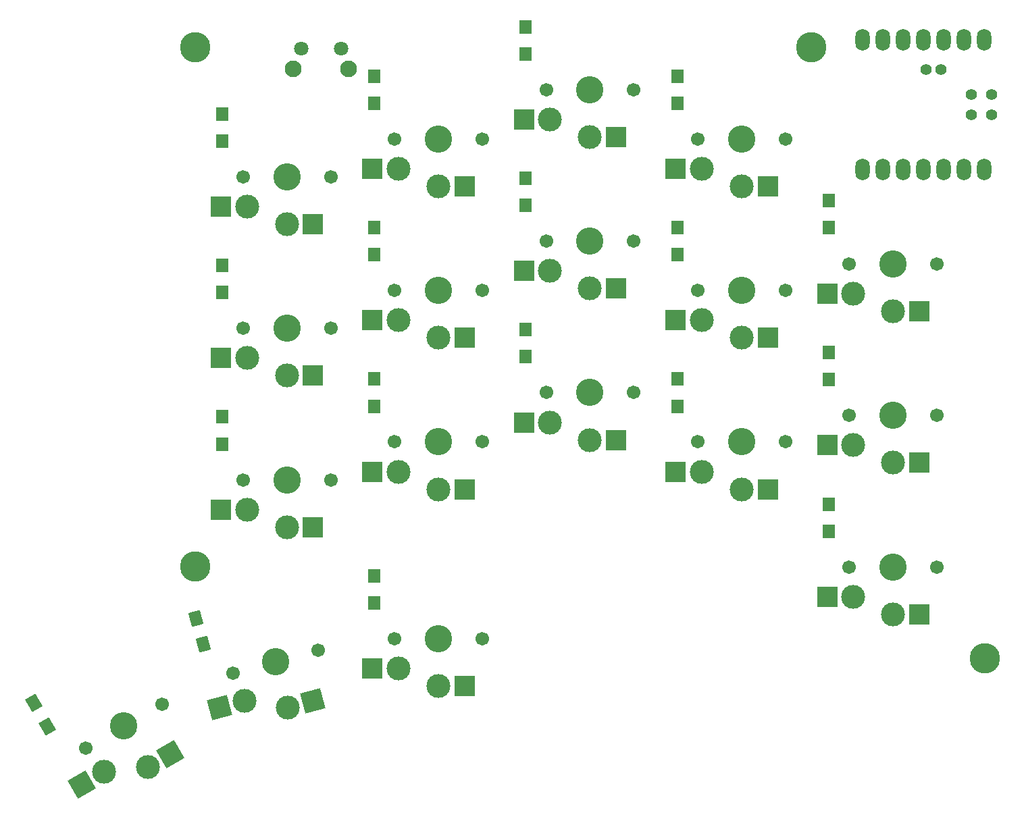
<source format=gbr>
%TF.GenerationSoftware,KiCad,Pcbnew,7.0.1*%
%TF.CreationDate,2023-05-27T21:35:13-04:00*%
%TF.ProjectId,pcb-right,7063622d-7269-4676-9874-2e6b69636164,0.3*%
%TF.SameCoordinates,Original*%
%TF.FileFunction,Soldermask,Bot*%
%TF.FilePolarity,Negative*%
%FSLAX46Y46*%
G04 Gerber Fmt 4.6, Leading zero omitted, Abs format (unit mm)*
G04 Created by KiCad (PCBNEW 7.0.1) date 2023-05-27 21:35:13*
%MOMM*%
%LPD*%
G01*
G04 APERTURE LIST*
G04 Aperture macros list*
%AMRotRect*
0 Rectangle, with rotation*
0 The origin of the aperture is its center*
0 $1 length*
0 $2 width*
0 $3 Rotation angle, in degrees counterclockwise*
0 Add horizontal line*
21,1,$1,$2,0,0,$3*%
G04 Aperture macros list end*
%ADD10C,1.701800*%
%ADD11C,3.000000*%
%ADD12C,3.429000*%
%ADD13R,2.600000X2.600000*%
%ADD14C,3.800000*%
%ADD15RotRect,2.600000X2.600000X195.000000*%
%ADD16C,1.800000*%
%ADD17C,2.100000*%
%ADD18O,1.800000X2.750000*%
%ADD19C,1.397000*%
%ADD20RotRect,2.600000X2.600000X210.000000*%
%ADD21R,1.500000X1.800000*%
%ADD22RotRect,1.800000X1.500000X300.000000*%
%ADD23RotRect,1.800000X1.500000X285.000000*%
G04 APERTURE END LIST*
D10*
%TO.C,SWR2*%
X84945625Y-47365000D03*
D11*
X85445625Y-51115000D03*
D12*
X90445625Y-47365000D03*
D11*
X90445625Y-53315000D03*
D10*
X95945625Y-47365000D03*
D13*
X93720625Y-53315000D03*
X82170625Y-51115000D03*
%TD*%
D10*
%TO.C,SWR10*%
X141945625Y-82040000D03*
D11*
X142445625Y-85790000D03*
D12*
X147445625Y-82040000D03*
D11*
X147445625Y-87990000D03*
D10*
X152945625Y-82040000D03*
D13*
X150720625Y-87990000D03*
X139170625Y-85790000D03*
%TD*%
D10*
%TO.C,SWR7*%
X84945625Y-66365000D03*
D11*
X85445625Y-70115000D03*
D12*
X90445625Y-66365000D03*
D11*
X90445625Y-72315000D03*
D10*
X95945625Y-66365000D03*
D13*
X93720625Y-72315000D03*
X82170625Y-70115000D03*
%TD*%
D14*
%TO.C,REF\u002A\u002A*%
X59945625Y-101001000D03*
%TD*%
%TO.C,REF\u002A\u002A*%
X137195625Y-35865000D03*
%TD*%
D10*
%TO.C,SWR18*%
X84945625Y-110065000D03*
D11*
X85445625Y-113815000D03*
D12*
X90445625Y-110065000D03*
D11*
X90445625Y-116015000D03*
D10*
X95945625Y-110065000D03*
D13*
X93720625Y-116015000D03*
X82170625Y-113815000D03*
%TD*%
D10*
%TO.C,SWR4*%
X122945625Y-47365000D03*
D11*
X123445625Y-51115000D03*
D12*
X128445625Y-47365000D03*
D11*
X128445625Y-53315000D03*
D10*
X133945625Y-47365000D03*
D13*
X131720625Y-53315000D03*
X120170625Y-51115000D03*
%TD*%
D10*
%TO.C,SWR6*%
X65945625Y-71115000D03*
D11*
X66445625Y-74865000D03*
D12*
X71445625Y-71115000D03*
D11*
X71445625Y-77065000D03*
D10*
X76945625Y-71115000D03*
D13*
X74720625Y-77065000D03*
X63170625Y-74865000D03*
%TD*%
D10*
%TO.C,SWR13*%
X103945625Y-79190000D03*
D11*
X104445625Y-82940000D03*
D12*
X109445625Y-79190000D03*
D11*
X109445625Y-85140000D03*
D10*
X114945625Y-79190000D03*
D13*
X112720625Y-85140000D03*
X101170625Y-82940000D03*
%TD*%
D10*
%TO.C,SWR9*%
X122945625Y-66365000D03*
D11*
X123445625Y-70115000D03*
D12*
X128445625Y-66365000D03*
D11*
X128445625Y-72315000D03*
D10*
X133945625Y-66365000D03*
D13*
X131720625Y-72315000D03*
X120170625Y-70115000D03*
%TD*%
D10*
%TO.C,SWR17*%
X64708033Y-114338505D03*
D11*
X66161567Y-117831317D03*
D12*
X70020625Y-112915000D03*
D11*
X71560598Y-118662259D03*
D10*
X75333217Y-111491495D03*
D15*
X74724005Y-117814626D03*
X62998160Y-118678949D03*
%TD*%
D10*
%TO.C,SWR12*%
X84945625Y-85365000D03*
D11*
X85445625Y-89115000D03*
D12*
X90445625Y-85365000D03*
D11*
X90445625Y-91315000D03*
D10*
X95945625Y-85365000D03*
D13*
X93720625Y-91315000D03*
X82170625Y-89115000D03*
%TD*%
D16*
%TO.C,RSW2*%
X78217625Y-36095250D03*
X73217625Y-36095250D03*
D17*
X72217625Y-38595250D03*
X79217625Y-38595250D03*
%TD*%
D10*
%TO.C,SWR8*%
X103945625Y-60190000D03*
D11*
X104445625Y-63940000D03*
D12*
X109445625Y-60190000D03*
D11*
X109445625Y-66140000D03*
D10*
X114945625Y-60190000D03*
D13*
X112720625Y-66140000D03*
X101170625Y-63940000D03*
%TD*%
D10*
%TO.C,SWR5*%
X141945625Y-63040000D03*
D11*
X142445625Y-66790000D03*
D12*
X147445625Y-63040000D03*
D11*
X147445625Y-68990000D03*
D10*
X152945625Y-63040000D03*
D13*
X150720625Y-68990000D03*
X139170625Y-66790000D03*
%TD*%
D14*
%TO.C,REF\u002A\u002A*%
X158945625Y-112540000D03*
%TD*%
D18*
%TO.C,U2*%
X158865625Y-34995000D03*
X156325625Y-34995000D03*
X153785625Y-34995000D03*
X151245625Y-34995000D03*
X148705625Y-34995000D03*
X146165625Y-34995000D03*
X143625625Y-34995000D03*
X143625625Y-51185000D03*
X146165625Y-51185000D03*
X148705625Y-51185000D03*
X151245625Y-51185000D03*
X153785625Y-51185000D03*
X156325625Y-51185000D03*
X158865625Y-51185000D03*
D19*
X159817625Y-41820000D03*
X159817625Y-44360000D03*
X157277625Y-41820000D03*
X157277625Y-44360000D03*
X151562625Y-38645000D03*
X153467625Y-38645000D03*
%TD*%
D10*
%TO.C,SWR11*%
X65945625Y-90115000D03*
D11*
X66445625Y-93865000D03*
D12*
X71445625Y-90115000D03*
D11*
X71445625Y-96065000D03*
D10*
X76945625Y-90115000D03*
D13*
X74720625Y-96065000D03*
X63170625Y-93865000D03*
%TD*%
D14*
%TO.C,REF\u002A\u002A*%
X59945625Y-35865000D03*
%TD*%
D10*
%TO.C,SWR14*%
X122945625Y-85365000D03*
D11*
X123445625Y-89115000D03*
D12*
X128445625Y-85365000D03*
D11*
X128445625Y-91315000D03*
D10*
X133945625Y-85365000D03*
D13*
X131720625Y-91315000D03*
X120170625Y-89115000D03*
%TD*%
D10*
%TO.C,SWR15*%
X141945625Y-101040000D03*
D11*
X142445625Y-104790000D03*
D12*
X147445625Y-101040000D03*
D11*
X147445625Y-106990000D03*
D10*
X152945625Y-101040000D03*
D13*
X150720625Y-106990000D03*
X139170625Y-104790000D03*
%TD*%
D10*
%TO.C,SWR16*%
X46257485Y-123740000D03*
D11*
X48565498Y-126737595D03*
D12*
X51020625Y-120990000D03*
D11*
X53995625Y-126142851D03*
D10*
X55783765Y-118240000D03*
D20*
X56831858Y-124505351D03*
X45729265Y-128375095D03*
%TD*%
D10*
%TO.C,SWR3*%
X103945625Y-41190000D03*
D11*
X104445625Y-44940000D03*
D12*
X109445625Y-41190000D03*
D11*
X109445625Y-47140000D03*
D10*
X114945625Y-41190000D03*
D13*
X112720625Y-47140000D03*
X101170625Y-44940000D03*
%TD*%
D10*
%TO.C,SWR1*%
X65945625Y-52115000D03*
D11*
X66445625Y-55865000D03*
D12*
X71445625Y-52115000D03*
D11*
X71445625Y-58065000D03*
D10*
X76945625Y-52115000D03*
D13*
X74720625Y-58065000D03*
X63170625Y-55865000D03*
%TD*%
D21*
%TO.C,DR10*%
X139370625Y-74165000D03*
X139370625Y-77565000D03*
%TD*%
%TO.C,DR8*%
X101370625Y-52315000D03*
X101370625Y-55715000D03*
%TD*%
%TO.C,DR3*%
X101370625Y-33315000D03*
X101370625Y-36715000D03*
%TD*%
%TO.C,DR9*%
X120370625Y-58490000D03*
X120370625Y-61890000D03*
%TD*%
%TO.C,DR4*%
X120370625Y-39490000D03*
X120370625Y-42890000D03*
%TD*%
%TO.C,DR15*%
X139370625Y-93165000D03*
X139370625Y-96565000D03*
%TD*%
%TO.C,DR6*%
X63370625Y-63240000D03*
X63370625Y-66640000D03*
%TD*%
%TO.C,DR11*%
X63370625Y-82240000D03*
X63370625Y-85640000D03*
%TD*%
%TO.C,DR5*%
X139370625Y-55112500D03*
X139370625Y-58512500D03*
%TD*%
D22*
%TO.C,DR16*%
X39720625Y-118092757D03*
X41420625Y-121037243D03*
%TD*%
D21*
%TO.C,DR18*%
X82370625Y-102190000D03*
X82370625Y-105590000D03*
%TD*%
%TO.C,DR13*%
X101370625Y-71300000D03*
X101370625Y-74700000D03*
%TD*%
%TO.C,DR12*%
X82370625Y-77490000D03*
X82370625Y-80890000D03*
%TD*%
%TO.C,DR2*%
X82370625Y-39490000D03*
X82370625Y-42890000D03*
%TD*%
D23*
%TO.C,DR17*%
X60080633Y-107472926D03*
X60960617Y-110757074D03*
%TD*%
D21*
%TO.C,DR14*%
X120370625Y-77490000D03*
X120370625Y-80890000D03*
%TD*%
%TO.C,DR1*%
X63370625Y-44240000D03*
X63370625Y-47640000D03*
%TD*%
%TO.C,DR7*%
X82370625Y-58490000D03*
X82370625Y-61890000D03*
%TD*%
M02*

</source>
